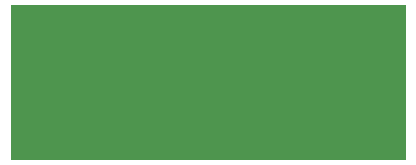
<source format=gbr>
G04 #@! TF.GenerationSoftware,KiCad,Pcbnew,5.1.5+dfsg1-2build2*
G04 #@! TF.CreationDate,2021-03-11T17:09:23+01:00*
G04 #@! TF.ProjectId,70cm_preamp,3730636d-5f70-4726-9561-6d702e6b6963,rev?*
G04 #@! TF.SameCoordinates,Original*
G04 #@! TF.FileFunction,Soldermask,Bot*
G04 #@! TF.FilePolarity,Negative*
%FSLAX46Y46*%
G04 Gerber Fmt 4.6, Leading zero omitted, Abs format (unit mm)*
G04 Created by KiCad (PCBNEW 5.1.5+dfsg1-2build2) date 2021-03-11 17:09:23*
%MOMM*%
%LPD*%
G04 APERTURE LIST*
%ADD10C,0.100000*%
G04 APERTURE END LIST*
D10*
G36*
X75800000Y-43400000D02*
G01*
X42350000Y-43400000D01*
X42350000Y-30200000D01*
X75800000Y-30200000D01*
X75800000Y-43400000D01*
G37*
M02*

</source>
